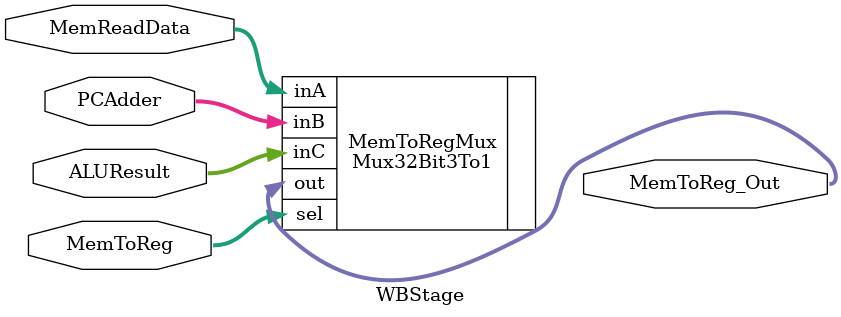
<source format=v>
`timescale 1ns / 1ps



module WBStage(

    // --- Inputs ---
    MemToReg,       // Control Signal    
    ALUResult, MemReadData, PCAdder, 
    
    // --- Outputs ---         
    MemToReg_Out    // Write Back Data   
    );             
          
    //--------------------------------
    // Inputs
    //--------------------------------
          
    // Control Signal     
    input [1:0] MemToReg;
    
    input [31:0] ALUResult, MemReadData, PCAdder;
    
    //--------------------------------
    // Outputs
    //--------------------------------
    
    // Register Data
    output wire [31:0] MemToReg_Out;

    //--------------------------------
    // Hardware Components
    //--------------------------------

    Mux32Bit3To1    MemToRegMux(.out(MemToReg_Out), 
                                .inA(MemReadData), 
                                .inB(PCAdder), 
                                .inC(ALUResult), 
                                .sel(MemToReg));

endmodule

</source>
